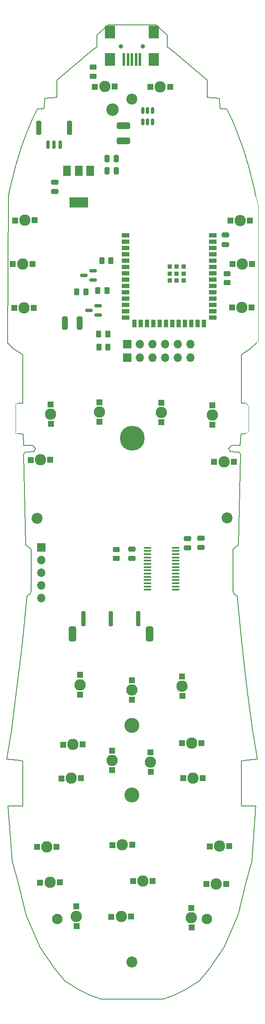
<source format=gbr>
%TF.GenerationSoftware,KiCad,Pcbnew,7.0.2*%
%TF.CreationDate,2024-05-06T14:06:20-04:00*%
%TF.ProjectId,800+,3830302b-2e6b-4696-9361-645f70636258,rev?*%
%TF.SameCoordinates,Original*%
%TF.FileFunction,Soldermask,Bot*%
%TF.FilePolarity,Negative*%
%FSLAX46Y46*%
G04 Gerber Fmt 4.6, Leading zero omitted, Abs format (unit mm)*
G04 Created by KiCad (PCBNEW 7.0.2) date 2024-05-06 14:06:20*
%MOMM*%
%LPD*%
G01*
G04 APERTURE LIST*
G04 Aperture macros list*
%AMRoundRect*
0 Rectangle with rounded corners*
0 $1 Rounding radius*
0 $2 $3 $4 $5 $6 $7 $8 $9 X,Y pos of 4 corners*
0 Add a 4 corners polygon primitive as box body*
4,1,4,$2,$3,$4,$5,$6,$7,$8,$9,$2,$3,0*
0 Add four circle primitives for the rounded corners*
1,1,$1+$1,$2,$3*
1,1,$1+$1,$4,$5*
1,1,$1+$1,$6,$7*
1,1,$1+$1,$8,$9*
0 Add four rect primitives between the rounded corners*
20,1,$1+$1,$2,$3,$4,$5,0*
20,1,$1+$1,$4,$5,$6,$7,0*
20,1,$1+$1,$6,$7,$8,$9,0*
20,1,$1+$1,$8,$9,$2,$3,0*%
G04 Aperture macros list end*
%ADD10RoundRect,0.250000X-0.450000X0.262500X-0.450000X-0.262500X0.450000X-0.262500X0.450000X0.262500X0*%
%ADD11R,1.500000X0.900000*%
%ADD12R,0.900000X1.500000*%
%ADD13R,0.900000X0.900000*%
%ADD14C,2.286000*%
%ADD15R,1.250000X1.225000*%
%ADD16R,1.225000X1.250000*%
%ADD17C,3.000000*%
%ADD18C,2.200000*%
%ADD19R,1.700000X1.700000*%
%ADD20O,1.700000X1.700000*%
%ADD21C,2.100000*%
%ADD22C,5.000000*%
%ADD23C,2.500000*%
%ADD24RoundRect,0.250000X0.250000X0.475000X-0.250000X0.475000X-0.250000X-0.475000X0.250000X-0.475000X0*%
%ADD25RoundRect,0.250000X0.475000X-0.250000X0.475000X0.250000X-0.475000X0.250000X-0.475000X-0.250000X0*%
%ADD26RoundRect,0.250000X-0.475000X0.250000X-0.475000X-0.250000X0.475000X-0.250000X0.475000X0.250000X0*%
%ADD27RoundRect,0.250000X-0.262500X-0.450000X0.262500X-0.450000X0.262500X0.450000X-0.262500X0.450000X0*%
%ADD28RoundRect,0.150000X-0.150000X0.512500X-0.150000X-0.512500X0.150000X-0.512500X0.150000X0.512500X0*%
%ADD29RoundRect,0.250000X-0.250000X-0.475000X0.250000X-0.475000X0.250000X0.475000X-0.250000X0.475000X0*%
%ADD30RoundRect,0.150000X0.150000X0.700000X-0.150000X0.700000X-0.150000X-0.700000X0.150000X-0.700000X0*%
%ADD31RoundRect,0.250000X0.250000X1.150000X-0.250000X1.150000X-0.250000X-1.150000X0.250000X-1.150000X0*%
%ADD32RoundRect,0.250000X0.312500X1.075000X-0.312500X1.075000X-0.312500X-1.075000X0.312500X-1.075000X0*%
%ADD33RoundRect,0.100000X0.637500X0.100000X-0.637500X0.100000X-0.637500X-0.100000X0.637500X-0.100000X0*%
%ADD34RoundRect,0.150000X0.587500X0.150000X-0.587500X0.150000X-0.587500X-0.150000X0.587500X-0.150000X0*%
%ADD35RoundRect,0.250000X0.262500X0.450000X-0.262500X0.450000X-0.262500X-0.450000X0.262500X-0.450000X0*%
%ADD36RoundRect,0.250000X1.075000X-0.400000X1.075000X0.400000X-1.075000X0.400000X-1.075000X-0.400000X0*%
%ADD37C,0.900000*%
%ADD38R,0.500000X2.500000*%
%ADD39R,2.000000X2.500000*%
%ADD40R,1.500000X2.000000*%
%ADD41R,3.800000X2.000000*%
%ADD42RoundRect,0.375000X0.375000X1.125000X-0.375000X1.125000X-0.375000X-1.125000X0.375000X-1.125000X0*%
%ADD43RoundRect,0.225000X0.225000X1.275000X-0.225000X1.275000X-0.225000X-1.275000X0.225000X-1.275000X0*%
%TA.AperFunction,Profile*%
%ADD44C,0.200000*%
%TD*%
%TA.AperFunction,Profile*%
%ADD45C,0.100000*%
%TD*%
G04 APERTURE END LIST*
D10*
%TO.C,R9*%
X120760000Y-87877500D03*
X120760000Y-89702500D03*
%TD*%
D11*
%TO.C,U2*%
X117850000Y-80180000D03*
X117850000Y-81450000D03*
X117850000Y-82720000D03*
X117850000Y-83990000D03*
X117850000Y-85260000D03*
X117850000Y-86530000D03*
X117850000Y-87800000D03*
X117850000Y-89070000D03*
X117850000Y-90340000D03*
X117850000Y-91610000D03*
X117850000Y-92880000D03*
X117850000Y-94150000D03*
X117850000Y-95420000D03*
X117850000Y-96690000D03*
D12*
X116085000Y-97940000D03*
X114815000Y-97940000D03*
X113545000Y-97940000D03*
X112275000Y-97940000D03*
X111005000Y-97940000D03*
X109735000Y-97940000D03*
X108465000Y-97940000D03*
X107195000Y-97940000D03*
X105925000Y-97940000D03*
X104655000Y-97940000D03*
X103385000Y-97940000D03*
X102115000Y-97940000D03*
D11*
X100350000Y-96690000D03*
X100350000Y-95420000D03*
X100350000Y-94150000D03*
X100350000Y-92880000D03*
X100350000Y-91610000D03*
X100350000Y-90340000D03*
X100350000Y-89070000D03*
X100350000Y-87800000D03*
X100350000Y-86530000D03*
X100350000Y-85260000D03*
X100350000Y-83990000D03*
X100350000Y-82720000D03*
X100350000Y-81450000D03*
X100350000Y-80180000D03*
D13*
X112000000Y-89300000D03*
X112000000Y-89300000D03*
X112000000Y-87900000D03*
X112000000Y-86500000D03*
X110600000Y-89300000D03*
X110600000Y-87900000D03*
X110600000Y-86500000D03*
X110600000Y-86500000D03*
X109200000Y-89300000D03*
X109200000Y-87900000D03*
X109200000Y-86500000D03*
%TD*%
D14*
%TO.C,D32*%
X97580000Y-185600000D03*
D15*
X97580000Y-183637500D03*
X97605000Y-187562500D03*
%TD*%
D14*
%TO.C,D31*%
X95070000Y-115670000D03*
D15*
X95070000Y-113707500D03*
X95095000Y-117632500D03*
%TD*%
D14*
%TO.C,D30*%
X99680000Y-202590000D03*
D16*
X101642500Y-202590000D03*
X97717500Y-202615000D03*
%TD*%
D14*
%TO.C,D29*%
X89740000Y-182430000D03*
D16*
X91702500Y-182430000D03*
X87777500Y-182455000D03*
%TD*%
D14*
%TO.C,D28*%
X101570000Y-171480000D03*
D15*
X101570000Y-169517500D03*
X101595000Y-173442500D03*
%TD*%
D14*
%TO.C,D27*%
X111700000Y-170700000D03*
D15*
X111700000Y-168737500D03*
X111725000Y-172662500D03*
%TD*%
D14*
%TO.C,D26*%
X91140000Y-170430000D03*
D15*
X91140000Y-168467500D03*
X91165000Y-172392500D03*
%TD*%
D14*
%TO.C,D25*%
X117730000Y-116300000D03*
D15*
X117730000Y-114337500D03*
X117755000Y-118262500D03*
%TD*%
D14*
%TO.C,D24*%
X123660000Y-94650000D03*
D16*
X125622500Y-94650000D03*
X121697500Y-94675000D03*
%TD*%
D14*
%TO.C,D23*%
X79910000Y-94740000D03*
D16*
X81872500Y-94740000D03*
X77947500Y-94765000D03*
%TD*%
D14*
%TO.C,D22*%
X107300000Y-50400000D03*
D16*
X109262500Y-50400000D03*
X105337500Y-50425000D03*
%TD*%
D14*
%TO.C,D21*%
X113840000Y-189170000D03*
D16*
X115802500Y-189170000D03*
X111877500Y-189195000D03*
%TD*%
D14*
%TO.C,D20*%
X113610000Y-182120000D03*
D16*
X115572500Y-182120000D03*
X111647500Y-182145000D03*
%TD*%
D14*
%TO.C,D19*%
X123340000Y-77220000D03*
D16*
X125302500Y-77220000D03*
X121377500Y-77245000D03*
%TD*%
D14*
%TO.C,D18*%
X89420000Y-189190000D03*
D16*
X91382500Y-189190000D03*
X87457500Y-189215000D03*
%TD*%
D14*
%TO.C,D17*%
X107500000Y-115760000D03*
D15*
X107500000Y-113797500D03*
X107525000Y-117722500D03*
%TD*%
D14*
%TO.C,D16*%
X85275000Y-116125000D03*
D15*
X85275000Y-114162500D03*
X85300000Y-118087500D03*
%TD*%
D14*
%TO.C,D15*%
X96140000Y-50360000D03*
D16*
X98102500Y-50360000D03*
X94177500Y-50385000D03*
%TD*%
D14*
%TO.C,D14*%
X79620000Y-85950000D03*
D16*
X81582500Y-85950000D03*
X77657500Y-85975000D03*
%TD*%
D14*
%TO.C,D13*%
X120090000Y-125664000D03*
D16*
X122052500Y-125664000D03*
X118127500Y-125689000D03*
%TD*%
D14*
%TO.C,D12*%
X123760000Y-85970000D03*
D16*
X125722500Y-85970000D03*
X121797500Y-85995000D03*
%TD*%
D14*
%TO.C,D11*%
X105350000Y-185950000D03*
D15*
X105350000Y-183987500D03*
X105375000Y-187912500D03*
%TD*%
D14*
%TO.C,D10*%
X80100000Y-77190000D03*
D16*
X82062500Y-77190000D03*
X78137500Y-77215000D03*
%TD*%
D14*
%TO.C,D9*%
X83200000Y-125274000D03*
D16*
X85162500Y-125274000D03*
X81237500Y-125299000D03*
%TD*%
D14*
%TO.C,D8*%
X118560000Y-210400000D03*
D16*
X120522500Y-210400000D03*
X116597500Y-210425000D03*
%TD*%
D14*
%TO.C,D7*%
X84470000Y-202980000D03*
D16*
X86432500Y-202980000D03*
X82507500Y-203005000D03*
%TD*%
D14*
%TO.C,D6*%
X85120000Y-210120000D03*
D16*
X87082500Y-210120000D03*
X83157500Y-210145000D03*
%TD*%
D14*
%TO.C,D5*%
X119190000Y-202830000D03*
D16*
X121152500Y-202830000D03*
X117227500Y-202855000D03*
%TD*%
D14*
%TO.C,D4*%
X103810000Y-209840000D03*
D16*
X105772500Y-209840000D03*
X101847500Y-209865000D03*
%TD*%
D14*
%TO.C,D3*%
X113550000Y-217170000D03*
D15*
X113550000Y-215207500D03*
X113575000Y-219132500D03*
%TD*%
D14*
%TO.C,D2*%
X99440000Y-216960000D03*
D16*
X101402500Y-216960000D03*
X97477500Y-216985000D03*
%TD*%
D14*
%TO.C,D1*%
X90430000Y-216910000D03*
D15*
X90430000Y-214947500D03*
X90455000Y-218872500D03*
%TD*%
D17*
%TO.C,H3*%
X101610000Y-178560000D03*
%TD*%
D18*
%TO.C,H8*%
X82570000Y-136990000D03*
%TD*%
D19*
%TO.C,J6*%
X100650000Y-102080000D03*
D20*
X103190000Y-102080000D03*
X105730000Y-102080000D03*
X108270000Y-102080000D03*
X110810000Y-102080000D03*
X113350000Y-102080000D03*
%TD*%
D18*
%TO.C,H7*%
X120680000Y-136950000D03*
%TD*%
D21*
%TO.C,H5*%
X116620000Y-217460000D03*
%TD*%
D18*
%TO.C,H6*%
X101600000Y-226100000D03*
%TD*%
D21*
%TO.C,H4*%
X86580000Y-217460000D03*
%TD*%
D22*
%TO.C,H1*%
X101640000Y-120900000D03*
%TD*%
D23*
%TO.C,TP1*%
X97660000Y-54970000D03*
%TD*%
D18*
%TO.C,H9*%
X101620000Y-52880000D03*
%TD*%
D19*
%TO.C,J7*%
X100690000Y-104760000D03*
D20*
X103230000Y-104760000D03*
X105770000Y-104760000D03*
X108310000Y-104760000D03*
X110850000Y-104760000D03*
X113390000Y-104760000D03*
%TD*%
D17*
%TO.C,H2*%
X101600000Y-192550000D03*
%TD*%
D24*
%TO.C,C1*%
X98490000Y-67280000D03*
X96590000Y-67280000D03*
%TD*%
D25*
%TO.C,C4*%
X112780000Y-142980000D03*
X112780000Y-141080000D03*
%TD*%
D26*
%TO.C,C6*%
X86130000Y-69540000D03*
X86130000Y-71440000D03*
%TD*%
D25*
%TO.C,C3*%
X115460000Y-142900000D03*
X115460000Y-141000000D03*
%TD*%
D27*
%TO.C,R3*%
X90507500Y-91570000D03*
X92332500Y-91570000D03*
%TD*%
D28*
%TO.C,U3*%
X103800000Y-55162500D03*
X104750000Y-55162500D03*
X105700000Y-55162500D03*
X105700000Y-57437500D03*
X104750000Y-57437500D03*
X103800000Y-57437500D03*
%TD*%
D27*
%TO.C,R1*%
X94727500Y-91310000D03*
X96552500Y-91310000D03*
%TD*%
D29*
%TO.C,C5*%
X96550000Y-64790000D03*
X98450000Y-64790000D03*
%TD*%
D30*
%TO.C,J4*%
X87210000Y-61960000D03*
X85960000Y-61960000D03*
X84710000Y-61960000D03*
D31*
X89060000Y-58610000D03*
X82860000Y-58610000D03*
%TD*%
D26*
%TO.C,C7*%
X120410000Y-80140000D03*
X120410000Y-82040000D03*
%TD*%
D32*
%TO.C,R6*%
X91085000Y-97820000D03*
X88160000Y-97820000D03*
%TD*%
D10*
%TO.C,R7*%
X93780000Y-46435000D03*
X93780000Y-48260000D03*
%TD*%
D33*
%TO.C,U1*%
X110422500Y-142905000D03*
X110422500Y-143555000D03*
X110422500Y-144205000D03*
X110422500Y-144855000D03*
X110422500Y-145505000D03*
X110422500Y-146155000D03*
X110422500Y-146805000D03*
X110422500Y-147455000D03*
X110422500Y-148105000D03*
X110422500Y-148755000D03*
X110422500Y-149405000D03*
X110422500Y-150055000D03*
X110422500Y-150705000D03*
X110422500Y-151355000D03*
X104697500Y-151355000D03*
X104697500Y-150705000D03*
X104697500Y-150055000D03*
X104697500Y-149405000D03*
X104697500Y-148755000D03*
X104697500Y-148105000D03*
X104697500Y-147455000D03*
X104697500Y-146805000D03*
X104697500Y-146155000D03*
X104697500Y-145505000D03*
X104697500Y-144855000D03*
X104697500Y-144205000D03*
X104697500Y-143555000D03*
X104697500Y-142905000D03*
%TD*%
D10*
%TO.C,R4*%
X98490000Y-143257500D03*
X98490000Y-145082500D03*
%TD*%
D34*
%TO.C,Q2*%
X94847500Y-94310000D03*
X94847500Y-96210000D03*
X92972500Y-95260000D03*
%TD*%
D35*
%TO.C,R8*%
X96792500Y-102620000D03*
X94967500Y-102620000D03*
%TD*%
D36*
%TO.C,F1*%
X99880000Y-61250000D03*
X99880000Y-58150000D03*
%TD*%
D35*
%TO.C,R5*%
X96757500Y-100025000D03*
X94932500Y-100025000D03*
%TD*%
D37*
%TO.C,J2*%
X99410000Y-42300000D03*
X103810000Y-42300000D03*
D38*
X100010000Y-44900000D03*
X100810000Y-44900000D03*
X101610000Y-44900000D03*
X102410000Y-44900000D03*
X103210000Y-44900000D03*
D39*
X97210000Y-39400000D03*
X97210000Y-44900000D03*
X106010000Y-39400000D03*
X106010000Y-44900000D03*
%TD*%
D25*
%TO.C,C2*%
X101600000Y-145090000D03*
X101600000Y-143190000D03*
%TD*%
D34*
%TO.C,Q1*%
X93780000Y-87310000D03*
X93780000Y-89210000D03*
X91905000Y-88260000D03*
%TD*%
D40*
%TO.C,U4*%
X88590000Y-67280000D03*
X90890000Y-67280000D03*
X93190000Y-67280000D03*
D41*
X90890000Y-73580000D03*
%TD*%
D35*
%TO.C,R2*%
X97360000Y-85260000D03*
X95535000Y-85260000D03*
%TD*%
D42*
%TO.C,J5*%
X105140000Y-160200000D03*
X89640000Y-160200000D03*
D43*
X102890000Y-157200000D03*
X97390000Y-157200000D03*
X91890000Y-157200000D03*
%TD*%
D19*
%TO.C,J3*%
X83380000Y-142880000D03*
D20*
X83380000Y-145420000D03*
X83380000Y-147960000D03*
X83380000Y-150500000D03*
X83380000Y-153040000D03*
%TD*%
D44*
X124957787Y-185550035D02*
X123587431Y-185661847D01*
X88100000Y-229900000D02*
X90846015Y-231585032D01*
X126614331Y-101764031D02*
X125394275Y-102951174D01*
X122982904Y-142392064D02*
X121880997Y-143156584D01*
X90846015Y-231585032D02*
X93049943Y-232732052D01*
X79790067Y-124119007D02*
X80249492Y-142392086D01*
X81610490Y-122376435D02*
X82195356Y-122930672D01*
X78682146Y-119979309D02*
X79732178Y-120083292D01*
X80181413Y-123706012D02*
X79790067Y-124119007D01*
X116755233Y-52527641D02*
X119191583Y-52658007D01*
X77125916Y-70630799D02*
X76778999Y-72341714D01*
X79645011Y-188761946D02*
X79645014Y-194797097D01*
X126106406Y-70630774D02*
X126453324Y-72341688D01*
X110182546Y-232732043D02*
X107835432Y-233537464D01*
X82195356Y-122930672D02*
X81930711Y-123611619D01*
X79645010Y-185661869D02*
X79645011Y-188761946D01*
X80752433Y-58893891D02*
X79929816Y-61009855D01*
X121621885Y-122376414D02*
X121037020Y-122930652D01*
X126504120Y-194797073D02*
X125714891Y-205892113D01*
X122150389Y-152254660D02*
X122765104Y-152609991D01*
X123442310Y-124118985D02*
X122982904Y-142392064D01*
X122765104Y-152609991D02*
X123053233Y-156057012D01*
X117161677Y-227399643D02*
X115132486Y-229899986D01*
D45*
X127000000Y-74250000D02*
X126453324Y-72341688D01*
D44*
X119286066Y-54613064D02*
X119524628Y-54812781D01*
X81351404Y-151607846D02*
X81082017Y-152254681D01*
X123500195Y-120083270D02*
X123376465Y-122376413D01*
X84040720Y-52658025D02*
X83946239Y-54613082D01*
X125792277Y-179223518D02*
X126777893Y-185401526D01*
X80467302Y-152610013D02*
X80179177Y-156057034D01*
X108677965Y-42361801D02*
X110141254Y-43476010D01*
X123897293Y-164328740D02*
X124480692Y-168914319D01*
X79335126Y-164328763D02*
X78751731Y-168914342D01*
D45*
X78250000Y-120000000D02*
X78682146Y-119979309D01*
D44*
X78751731Y-168914342D02*
X78235340Y-172973265D01*
X93049943Y-232732052D02*
X95397058Y-233537471D01*
X108677963Y-40020535D02*
X108677965Y-42361801D01*
X125394275Y-102951174D02*
X123572997Y-104183283D01*
X107835432Y-233537464D02*
X101616245Y-233537467D01*
X78235340Y-172973265D02*
X77440157Y-179223543D01*
X81082017Y-152254681D02*
X80467302Y-152610013D01*
X124550227Y-119979285D02*
X123500195Y-120083270D01*
X123587431Y-185661847D02*
X123587432Y-188761924D01*
X121037020Y-122930652D02*
X121301666Y-123611599D01*
X77517571Y-205892138D02*
X78693579Y-210081346D01*
X124538887Y-210081323D02*
X122912565Y-216716267D01*
X83106505Y-223161241D02*
X86070807Y-227399659D01*
X123302495Y-61009832D02*
X123867456Y-62463038D01*
X86477070Y-52527656D02*
X84040720Y-52658025D01*
X79645014Y-194797097D02*
X76728330Y-194797099D01*
X79732339Y-160436057D02*
X79335126Y-164328763D01*
X121880997Y-143156584D02*
X121881002Y-151607825D01*
X78103818Y-66581731D02*
X77677520Y-68346849D01*
X106378765Y-37975933D02*
X101616144Y-37975936D01*
X96853523Y-37975938D02*
X94554327Y-40020543D01*
X79855910Y-122376436D02*
X81610490Y-122376435D01*
X80319908Y-216716289D02*
X83106505Y-223161241D01*
X79732178Y-120083292D02*
X79855910Y-122376436D01*
X82595561Y-54816856D02*
X81566130Y-56800873D01*
X79929816Y-61009855D02*
X79364858Y-62463061D01*
X79659359Y-104183305D02*
X79659364Y-113904283D01*
X78821700Y-64357063D02*
X78103818Y-66581731D01*
X83946239Y-54613082D02*
X83707678Y-54812800D01*
X94554328Y-42361808D02*
X93091039Y-43476018D01*
X76454547Y-185401552D02*
X78274654Y-185550059D01*
X94554327Y-40020543D02*
X94554328Y-42361808D01*
D45*
X127000000Y-101250000D02*
X127000000Y-74250000D01*
X78250000Y-114000000D02*
X78250000Y-120000000D01*
D44*
X81930711Y-123611619D02*
X80181413Y-123706012D01*
X125714891Y-205892113D02*
X124538887Y-210081323D01*
X96853523Y-37975938D02*
X101616144Y-37975936D01*
X126777893Y-185401526D02*
X124957787Y-185550035D01*
D45*
X124550224Y-113904260D02*
X125000000Y-114500000D01*
D44*
X76728330Y-194797099D02*
X77517571Y-205892138D01*
X115132486Y-229899986D02*
X112386473Y-231585020D01*
X123867456Y-62463038D02*
X124410615Y-64357040D01*
D45*
X78682143Y-113904284D02*
X78250000Y-114000000D01*
D44*
X119191583Y-52658007D02*
X119286066Y-54613064D01*
X76778999Y-72341714D02*
X76618023Y-101764057D01*
X81566130Y-56800873D02*
X80752433Y-58893891D01*
X86477068Y-49013081D02*
X86477070Y-52527656D01*
X80179177Y-156057034D02*
X79732339Y-160436057D01*
X79659364Y-113904283D02*
X78682143Y-113904284D01*
X120636745Y-54816837D02*
X121666177Y-56800853D01*
X124997087Y-172973241D02*
X125792277Y-179223518D01*
D45*
X125000000Y-119500000D02*
X124550227Y-119979285D01*
D44*
X125128499Y-66581706D02*
X125554800Y-68346824D01*
X123587436Y-194797074D02*
X126504120Y-194797073D01*
X78693579Y-210081346D02*
X80319908Y-216716289D01*
X80249492Y-142392086D02*
X81351399Y-143156605D01*
X123050963Y-123705990D02*
X123442310Y-124118985D01*
X121881002Y-151607825D02*
X122150389Y-152254660D01*
X77838080Y-102951198D02*
X79659359Y-104183305D01*
X123376465Y-122376413D02*
X121621885Y-122376414D01*
X123572997Y-104183283D02*
X123573002Y-113904260D01*
X116755231Y-49013065D02*
X116755233Y-52527641D01*
X119524628Y-54812781D02*
X120636745Y-54816837D01*
X125554800Y-68346824D02*
X126106406Y-70630774D01*
X86070807Y-227399659D02*
X88100000Y-229900000D01*
X121666177Y-56800853D02*
X122479876Y-58893870D01*
D45*
X125000000Y-114500000D02*
X125000000Y-119500000D01*
D44*
X93091039Y-43476018D02*
X86477068Y-49013081D01*
X112386473Y-231585020D02*
X110182546Y-232732043D01*
X120125975Y-223161222D02*
X117161677Y-227399643D01*
X106378765Y-37975933D02*
X108677963Y-40020535D01*
X123573002Y-113904260D02*
X124550224Y-113904260D01*
X121301666Y-123611599D02*
X123050963Y-123705990D01*
X79364858Y-62463061D02*
X78821700Y-64357063D01*
X78274654Y-185550059D02*
X79645010Y-185661869D01*
X83707678Y-54812800D02*
X82595561Y-54816856D01*
X77677520Y-68346849D02*
X77125916Y-70630799D01*
X124410615Y-64357040D02*
X125128499Y-66581706D01*
X123053233Y-156057012D02*
X123500075Y-160436035D01*
X124480692Y-168914319D02*
X124997087Y-172973241D01*
X122479876Y-58893870D02*
X123302495Y-61009832D01*
X110141254Y-43476010D02*
X116755231Y-49013065D01*
D45*
X126614331Y-101764031D02*
X127000000Y-101250000D01*
D44*
X76618023Y-101764057D02*
X77838080Y-102951198D01*
X81351399Y-143156605D02*
X81351404Y-151607846D01*
X95397058Y-233537471D02*
X101616245Y-233537467D01*
X123587432Y-188761924D02*
X123587436Y-194797074D01*
X123500075Y-160436035D02*
X123897293Y-164328740D01*
X77440157Y-179223543D02*
X76454547Y-185401552D01*
X122912565Y-216716267D02*
X120125975Y-223161222D01*
M02*

</source>
